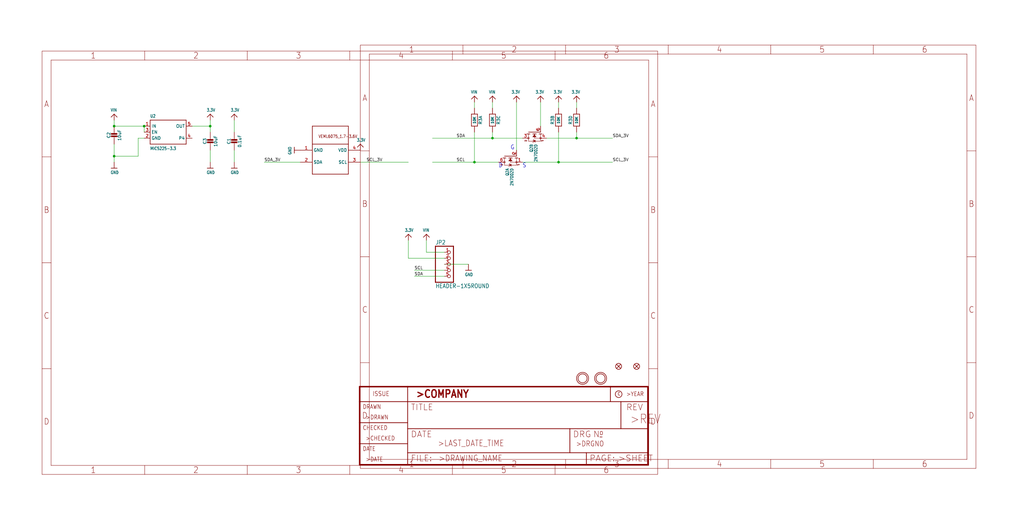
<source format=kicad_sch>
(kicad_sch (version 20211123) (generator eeschema)
  (paper "User" 433.07 220.421)
  (lib_symbols
    (symbol "schematicEagle-eagle-import:3.3V" (power)
      (property "Value" "3.3V" (at -1.524 1.016 0))
      (symbol "3.3V_1_0"
        (polyline (pts (xy -1.27 -1.27) (xy 0 0)) (stroke (width 0.254)))
        (polyline (pts (xy 0 0) (xy 1.27 -1.27)) (stroke (width 0.254)))
        (pin power_in line (at 0 -2.54 90) (length 2.54) (name "3.3V") (number "1"))
      )
    )
    (symbol "schematicEagle-eagle-import:CAP_CERAMIC0603_NO"
      (property "Reference" "C" (at -2.29 1.25 90))
      (property "Value" "CAP_CERAMIC0603_NO" (at 2.3 1.25 90))
      (symbol "CAP_CERAMIC0603_NO_1_0"
        (rectangle (start -1.27 0.508) (end 1.27 1.016) (fill (type outline)))
        (rectangle (start -1.27 1.524) (end 1.27 2.032) (fill (type outline)))
        (polyline (pts (xy 0 0.762) (xy 0 0)) (stroke (width 0.1524)))
        (polyline (pts (xy 0 2.54) (xy 0 1.778)) (stroke (width 0.1524)))
        (pin passive line (at 0 5.08 270) (length 2.54) (name "1") (number "1"))
        (pin passive line (at 0 -2.54 90) (length 2.54) (name "2") (number "2"))
      )
    )
    (symbol "schematicEagle-eagle-import:CAP_CERAMIC0805-NOOUTLINE"
      (property "Reference" "C" (at -2.29 1.25 90))
      (property "Value" "CAP_CERAMIC0805-NOOUTLINE" (at 2.3 1.25 90))
      (symbol "CAP_CERAMIC0805-NOOUTLINE_1_0"
        (rectangle (start -1.27 0.508) (end 1.27 1.016) (fill (type outline)))
        (rectangle (start -1.27 1.524) (end 1.27 2.032) (fill (type outline)))
        (polyline (pts (xy 0 0.762) (xy 0 0)) (stroke (width 0.1524)))
        (polyline (pts (xy 0 2.54) (xy 0 1.778)) (stroke (width 0.1524)))
        (pin passive line (at 0 5.08 270) (length 2.54) (name "1") (number "1"))
        (pin passive line (at 0 -2.54 90) (length 2.54) (name "2") (number "2"))
      )
    )
    (symbol "schematicEagle-eagle-import:FIDUCIAL_1MM"
      (symbol "FIDUCIAL_1MM_1_0"
        (polyline (pts (xy -0.762 0.762) (xy 0.762 -0.762)) (stroke (width 0.254)))
        (polyline (pts (xy 0.762 0.762) (xy -0.762 -0.762)) (stroke (width 0.254)))
        (circle (center 0 0) (radius 1.27) (stroke (width 0.254)))
      )
    )
    (symbol "schematicEagle-eagle-import:FRAME_A4"
      (symbol "FRAME_A4_0_0"
        (polyline (pts (xy 0 44.7675) (xy 3.81 44.7675)))
        (polyline (pts (xy 0 89.535) (xy 3.81 89.535)))
        (polyline (pts (xy 0 134.3025) (xy 3.81 134.3025)))
        (polyline (pts (xy 3.81 3.81) (xy 3.81 175.26)))
        (polyline (pts (xy 43.3917 0) (xy 43.3917 3.81)))
        (polyline (pts (xy 43.3917 175.26) (xy 43.3917 179.07)))
        (polyline (pts (xy 86.7833 0) (xy 86.7833 3.81)))
        (polyline (pts (xy 86.7833 175.26) (xy 86.7833 179.07)))
        (polyline (pts (xy 130.175 0) (xy 130.175 3.81)))
        (polyline (pts (xy 130.175 175.26) (xy 130.175 179.07)))
        (polyline (pts (xy 173.5667 0) (xy 173.5667 3.81)))
        (polyline (pts (xy 173.5667 175.26) (xy 173.5667 179.07)))
        (polyline (pts (xy 216.9583 0) (xy 216.9583 3.81)))
        (polyline (pts (xy 216.9583 175.26) (xy 216.9583 179.07)))
        (polyline (pts (xy 256.54 3.81) (xy 3.81 3.81)))
        (polyline (pts (xy 256.54 3.81) (xy 256.54 175.26)))
        (polyline (pts (xy 256.54 44.7675) (xy 260.35 44.7675)))
        (polyline (pts (xy 256.54 89.535) (xy 260.35 89.535)))
        (polyline (pts (xy 256.54 134.3025) (xy 260.35 134.3025)))
        (polyline (pts (xy 256.54 175.26) (xy 3.81 175.26)))
        (polyline (pts (xy 0 0) (xy 260.35 0) (xy 260.35 179.07) (xy 0 179.07) (xy 0 0)))
        (text "1" (at 21.6958 1.905 0) (effects (font (size 2.54 2.286))))
        (text "1" (at 21.6958 177.165 0) (effects (font (size 2.54 2.286))))
        (text "2" (at 65.0875 1.905 0) (effects (font (size 2.54 2.286))))
        (text "2" (at 65.0875 177.165 0) (effects (font (size 2.54 2.286))))
        (text "3" (at 108.4792 1.905 0) (effects (font (size 2.54 2.286))))
        (text "3" (at 108.4792 177.165 0) (effects (font (size 2.54 2.286))))
        (text "4" (at 151.8708 1.905 0) (effects (font (size 2.54 2.286))))
        (text "4" (at 151.8708 177.165 0) (effects (font (size 2.54 2.286))))
        (text "5" (at 195.2625 1.905 0) (effects (font (size 2.54 2.286))))
        (text "5" (at 195.2625 177.165 0) (effects (font (size 2.54 2.286))))
        (text "6" (at 238.6542 1.905 0) (effects (font (size 2.54 2.286))))
        (text "6" (at 238.6542 177.165 0) (effects (font (size 2.54 2.286))))
        (text "A" (at 1.905 156.6863 0) (effects (font (size 2.54 2.286))))
        (text "A" (at 258.445 156.6863 0) (effects (font (size 2.54 2.286))))
        (text "B" (at 1.905 111.9188 0) (effects (font (size 2.54 2.286))))
        (text "B" (at 258.445 111.9188 0) (effects (font (size 2.54 2.286))))
        (text "C" (at 1.905 67.1513 0) (effects (font (size 2.54 2.286))))
        (text "C" (at 258.445 67.1513 0) (effects (font (size 2.54 2.286))))
        (text "D" (at 1.905 22.3838 0) (effects (font (size 2.54 2.286))))
        (text "D" (at 258.445 22.3838 0) (effects (font (size 2.54 2.286))))
      )
      (symbol "FRAME_A4_1_0"
        (polyline (pts (xy 256.54 3.81) (xy 256.54 8.89)) (stroke (width 0.1016)))
        (polyline (pts (xy 256.54 8.89) (xy 256.54 13.97)) (stroke (width 0.1016)))
        (polyline (pts (xy 256.54 13.97) (xy 256.54 19.05)) (stroke (width 0.1016)))
        (polyline (pts (xy 256.54 19.05) (xy 256.54 36.83)) (stroke (width 0.1016)))
      )
      (symbol "FRAME_A4_2_0"
        (polyline (pts (xy -0.3048 1.5748) (xy 20.0152 1.5748)) (stroke (width 0.6096)))
        (polyline (pts (xy -0.3048 10.4648) (xy -0.3048 1.5748)) (stroke (width 0.6096)))
        (polyline (pts (xy -0.3048 10.4648) (xy 20.0152 10.4648)) (stroke (width 0.3048)))
        (polyline (pts (xy -0.3048 19.3548) (xy -0.3048 10.4648)) (stroke (width 0.6096)))
        (polyline (pts (xy -0.3048 19.3548) (xy 20.0152 19.3548)) (stroke (width 0.3048)))
        (polyline (pts (xy -0.3048 28.2448) (xy -0.3048 19.3548)) (stroke (width 0.6096)))
        (polyline (pts (xy -0.3048 28.2448) (xy 20.0152 28.2448)) (stroke (width 0.3048)))
        (polyline (pts (xy -0.3048 34.5948) (xy -0.3048 28.2448)) (stroke (width 0.6096)))
        (polyline (pts (xy 20.0152 1.5748) (xy 20.0152 6.6548)) (stroke (width 0.3048)))
        (polyline (pts (xy 20.0152 1.5748) (xy 95.5802 1.5748)) (stroke (width 0.6096)))
        (polyline (pts (xy 20.0152 6.6548) (xy 20.0152 10.4648)) (stroke (width 0.3048)))
        (polyline (pts (xy 20.0152 6.6548) (xy 88.5952 6.6548)) (stroke (width 0.3048)))
        (polyline (pts (xy 20.0152 10.4648) (xy 20.0152 16.8148)) (stroke (width 0.3048)))
        (polyline (pts (xy 20.0152 16.8148) (xy 20.0152 19.3548)) (stroke (width 0.3048)))
        (polyline (pts (xy 20.0152 19.3548) (xy 20.0152 28.2448)) (stroke (width 0.3048)))
        (polyline (pts (xy 20.0152 28.2448) (xy 20.0152 34.5948)) (stroke (width 0.3048)))
        (polyline (pts (xy 20.0152 28.2448) (xy 105.7402 28.2448)) (stroke (width 0.3048)))
        (polyline (pts (xy 20.0152 34.5948) (xy -0.3048 34.5948)) (stroke (width 0.6096)))
        (polyline (pts (xy 88.5952 6.6548) (xy 95.5802 6.6548)) (stroke (width 0.3048)))
        (polyline (pts (xy 88.5952 16.8148) (xy 20.0152 16.8148)) (stroke (width 0.3048)))
        (polyline (pts (xy 88.5952 16.8148) (xy 88.5952 6.6548)) (stroke (width 0.3048)))
        (polyline (pts (xy 95.5802 1.5748) (xy 121.6152 1.5748)) (stroke (width 0.6096)))
        (polyline (pts (xy 95.5802 6.6548) (xy 95.5802 1.5748)) (stroke (width 0.3048)))
        (polyline (pts (xy 95.5802 6.6548) (xy 121.6152 6.6548)) (stroke (width 0.3048)))
        (polyline (pts (xy 101.2952 13.3223) (xy 102.2477 13.3223)) (stroke (width 0.254)))
        (polyline (pts (xy 105.7402 28.2448) (xy 105.7402 34.5948)) (stroke (width 0.3048)))
        (polyline (pts (xy 105.7402 28.2448) (xy 110.1852 28.2448)) (stroke (width 0.3048)))
        (polyline (pts (xy 105.7402 34.5948) (xy 20.0152 34.5948)) (stroke (width 0.6096)))
        (polyline (pts (xy 110.1852 16.8148) (xy 88.5952 16.8148)) (stroke (width 0.3048)))
        (polyline (pts (xy 110.1852 28.2448) (xy 110.1852 16.8148)) (stroke (width 0.3048)))
        (polyline (pts (xy 110.1852 28.2448) (xy 121.6152 28.2448)) (stroke (width 0.3048)))
        (polyline (pts (xy 121.6152 6.6548) (xy 121.6152 1.5748)) (stroke (width 0.6096)))
        (polyline (pts (xy 121.6152 16.8148) (xy 110.1852 16.8148)) (stroke (width 0.3048)))
        (polyline (pts (xy 121.6152 16.8148) (xy 121.6152 6.6548)) (stroke (width 0.6096)))
        (polyline (pts (xy 121.6152 28.2448) (xy 121.6152 16.8148)) (stroke (width 0.6096)))
        (polyline (pts (xy 121.6152 34.5948) (xy 105.7402 34.5948)) (stroke (width 0.6096)))
        (polyline (pts (xy 121.6152 34.5948) (xy 121.6152 28.2448)) (stroke (width 0.6096)))
        (circle (center 109.2327 31.4198) (radius 1.4199) (stroke (width 0.254)))
        (text ">CHECKED" (at 2.2352 11.7348 0) (effects (font (size 1.778 1.5113)) (justify left bottom)))
        (text ">COMPANY" (at 23.349 29.6735 0) (effects (font (size 3.175 2.6987) (thickness 0.5397) bold) (justify left bottom)))
        (text ">DATE" (at 2.2352 2.8448 0) (effects (font (size 1.778 1.5113)) (justify left bottom)))
        (text ">DRAWING_NAME" (at 33.0327 2.8448 0) (effects (font (size 2.54 2.159)) (justify left bottom)))
        (text ">DRAWN" (at 2.2352 20.6248 0) (effects (font (size 1.778 1.5113)) (justify left bottom)))
        (text ">DRGNO" (at 91.1352 9.1948 0) (effects (font (size 2.1844 1.8567)) (justify left bottom)))
        (text ">LAST_DATE_TIME" (at 32.7152 9.1948 0) (effects (font (size 2.54 2.159)) (justify left bottom)))
        (text ">REV" (at 113.9952 18.7198 0) (effects (font (size 3.81 3.2385)) (justify left bottom)))
        (text ">SHEET" (at 108.9152 2.8448 0) (effects (font (size 2.54 2.54)) (justify left bottom)))
        (text ">YEAR" (at 112.4077 30.4673 0) (effects (font (size 1.778 1.5113)) (justify left bottom)))
        (text "C" (at 108.7564 30.7848 0) (effects (font (size 1.27 1.0795)) (justify left bottom)))
        (text "CHECKED" (at 0.9652 16.1798 0) (effects (font (size 1.778 1.5113)) (justify left bottom)))
        (text "DATE" (at 0.9652 7.2898 0) (effects (font (size 1.778 1.5113)) (justify left bottom)))
        (text "DATE" (at 21.2852 13.0048 0) (effects (font (size 2.54 2.54)) (justify left bottom)))
        (text "DRAWN" (at 0.9652 25.0698 0) (effects (font (size 1.778 1.5113)) (justify left bottom)))
        (text "DRG" (at 89.8652 13.0048 0) (effects (font (size 2.54 2.54)) (justify left bottom)))
        (text "FILE:" (at 21.2852 2.8448 0) (effects (font (size 2.54 2.54)) (justify left bottom)))
        (text "ISSUE" (at 5.0927 30.4673 0) (effects (font (size 1.9304 1.6408)) (justify left bottom)))
        (text "N" (at 98.4377 13.0048 0) (effects (font (size 2.54 2.54)) (justify left bottom)))
        (text "o" (at 100.9777 13.9573 0) (effects (font (size 2.1844 1.8567)) (justify left bottom)))
        (text "PAGE:" (at 96.8502 2.8448 0) (effects (font (size 2.54 2.54)) (justify left bottom)))
        (text "REV" (at 112.4077 24.4348 0) (effects (font (size 2.54 2.54)) (justify left bottom)))
        (text "TITLE" (at 21.2852 24.4348 0) (effects (font (size 2.54 2.54)) (justify left bottom)))
      )
    )
    (symbol "schematicEagle-eagle-import:GND" (power)
      (property "Value" "GND" (at -1.524 -2.54 0))
      (symbol "GND_1_0"
        (polyline (pts (xy -1.27 0) (xy 1.27 0)) (stroke (width 0.254)))
        (pin power_in line (at 0 2.54 270) (length 2.54) (name "GND") (number "1"))
      )
    )
    (symbol "schematicEagle-eagle-import:HEADER-1X5ROUND"
      (property "Reference" "JP" (at -6.35 8.255 0))
      (property "Value" "HEADER-1X5ROUND" (at -6.35 -10.16 0))
      (symbol "HEADER-1X5ROUND_1_0"
        (polyline (pts (xy -6.35 -7.62) (xy 1.27 -7.62)) (stroke (width 0.4064)))
        (polyline (pts (xy -6.35 7.62) (xy -6.35 -7.62)) (stroke (width 0.4064)))
        (polyline (pts (xy 1.27 -7.62) (xy 1.27 7.62)) (stroke (width 0.4064)))
        (polyline (pts (xy 1.27 7.62) (xy -6.35 7.62)) (stroke (width 0.4064)))
        (pin passive inverted (at -2.54 5.08 0) (length 2.54) (name "1") (number "1"))
        (pin passive inverted (at -2.54 2.54 0) (length 2.54) (name "2") (number "2"))
        (pin passive inverted (at -2.54 0 0) (length 2.54) (name "3") (number "3"))
        (pin passive inverted (at -2.54 -2.54 0) (length 2.54) (name "4") (number "4"))
        (pin passive inverted (at -2.54 -5.08 0) (length 2.54) (name "5") (number "5"))
      )
    )
    (symbol "schematicEagle-eagle-import:MOSFET-N_DUAL"
      (property "Reference" "Q" (at 5.08 0.635 0))
      (property "Value" "MOSFET-N_DUAL" (at 5.08 -1.27 0))
      (symbol "MOSFET-N_DUAL_1_0"
        (polyline (pts (xy 0 2.54) (xy 0 -2.54)) (stroke (width 0.254)))
        (polyline (pts (xy 0.762 -2.54) (xy 0.762 -3.175)) (stroke (width 0.254)))
        (polyline (pts (xy 0.762 -1.905) (xy 0.762 -2.54)) (stroke (width 0.254)))
        (polyline (pts (xy 0.762 0) (xy 0.762 -0.762)) (stroke (width 0.254)))
        (polyline (pts (xy 0.762 0) (xy 2.54 0)) (stroke (width 0.1524)))
        (polyline (pts (xy 0.762 0.762) (xy 0.762 0)) (stroke (width 0.254)))
        (polyline (pts (xy 0.762 2.54) (xy 0.762 1.905)) (stroke (width 0.254)))
        (polyline (pts (xy 0.762 2.54) (xy 3.81 2.54)) (stroke (width 0.1524)))
        (polyline (pts (xy 0.762 3.175) (xy 0.762 2.54)) (stroke (width 0.254)))
        (polyline (pts (xy 2.54 -2.54) (xy 0.762 -2.54)) (stroke (width 0.1524)))
        (polyline (pts (xy 2.54 -2.54) (xy 3.81 -2.54)) (stroke (width 0.1524)))
        (polyline (pts (xy 2.54 0) (xy 2.54 -2.54)) (stroke (width 0.1524)))
        (polyline (pts (xy 3.302 0.508) (xy 3.048 0.254)) (stroke (width 0.1524)))
        (polyline (pts (xy 3.81 0.508) (xy 3.302 0.508)) (stroke (width 0.1524)))
        (polyline (pts (xy 3.81 0.508) (xy 3.81 -2.54)) (stroke (width 0.1524)))
        (polyline (pts (xy 3.81 2.54) (xy 3.81 0.508)) (stroke (width 0.1524)))
        (polyline (pts (xy 4.318 0.508) (xy 3.81 0.508)) (stroke (width 0.1524)))
        (polyline (pts (xy 4.572 0.762) (xy 4.318 0.508)) (stroke (width 0.1524)))
        (polyline (pts (xy 1.016 0) (xy 2.032 0.762) (xy 2.032 -0.762)) (fill (type outline)))
        (polyline (pts (xy 3.81 0.508) (xy 3.302 -0.254) (xy 4.318 -0.254)) (fill (type outline)))
        (circle (center 2.54 -2.54) (radius 0.3592))
        (circle (center 2.54 2.54) (radius 0.3592))
        (text "D" (at 3.175 3.175 0) (effects (font (size 0.8128 0.6908)) (justify left bottom)))
        (text "G" (at -1.27 -1.905 0) (effects (font (size 0.8128 0.6908)) (justify left bottom)))
        (text "S" (at 3.175 -3.81 0) (effects (font (size 0.8128 0.6908)) (justify left bottom)))
        (pin bidirectional line (at 2.54 -5.08 90) (length 2.54) (name "S") (number "1"))
        (pin bidirectional line (at -2.54 -2.54 0) (length 2.54) (name "G") (number "2"))
        (pin bidirectional line (at 2.54 5.08 270) (length 2.54) (name "D") (number "6"))
      )
      (symbol "MOSFET-N_DUAL_2_0"
        (polyline (pts (xy 0 2.54) (xy 0 -2.54)) (stroke (width 0.254)))
        (polyline (pts (xy 0.762 -2.54) (xy 0.762 -3.175)) (stroke (width 0.254)))
        (polyline (pts (xy 0.762 -1.905) (xy 0.762 -2.54)) (stroke (width 0.254)))
        (polyline (pts (xy 0.762 0) (xy 0.762 -0.762)) (stroke (width 0.254)))
        (polyline (pts (xy 0.762 0) (xy 2.54 0)) (stroke (width 0.1524)))
        (polyline (pts (xy 0.762 0.762) (xy 0.762 0)) (stroke (width 0.254)))
        (polyline (pts (xy 0.762 2.54) (xy 0.762 1.905)) (stroke (width 0.254)))
        (polyline (pts (xy 0.762 2.54) (xy 3.81 2.54)) (stroke (width 0.1524)))
        (polyline (pts (xy 0.762 3.175) (xy 0.762 2.54)) (stroke (width 0.254)))
        (polyline (pts (xy 2.54 -2.54) (xy 0.762 -2.54)) (stroke (width 0.1524)))
        (polyline (pts (xy 2.54 -2.54) (xy 3.81 -2.54)) (stroke (width 0.1524)))
        (polyline (pts (xy 2.54 0) (xy 2.54 -2.54)) (stroke (width 0.1524)))
        (polyline (pts (xy 3.302 0.508) (xy 3.048 0.254)) (stroke (width 0.1524)))
        (polyline (pts (xy 3.81 0.508) (xy 3.302 0.508)) (stroke (width 0.1524)))
        (polyline (pts (xy 3.81 0.508) (xy 3.81 -2.54)) (stroke (width 0.1524)))
        (polyline (pts (xy 3.81 2.54) (xy 3.81 0.508)) (stroke (width 0.1524)))
        (polyline (pts (xy 4.318 0.508) (xy 3.81 0.508)) (stroke (width 0.1524)))
        (polyline (pts (xy 4.572 0.762) (xy 4.318 0.508)) (stroke (width 0.1524)))
        (polyline (pts (xy 1.016 0) (xy 2.032 0.762) (xy 2.032 -0.762)) (fill (type outline)))
        (polyline (pts (xy 3.81 0.508) (xy 3.302 -0.254) (xy 4.318 -0.254)) (fill (type outline)))
        (circle (center 2.54 -2.54) (radius 0.3592))
        (circle (center 2.54 2.54) (radius 0.3592))
        (text "D" (at 3.175 3.175 0) (effects (font (size 0.8128 0.6908)) (justify left bottom)))
        (text "G" (at -1.27 -1.905 0) (effects (font (size 0.8128 0.6908)) (justify left bottom)))
        (text "S" (at 3.175 -3.81 0) (effects (font (size 0.8128 0.6908)) (justify left bottom)))
        (pin bidirectional line (at 2.54 5.08 270) (length 2.54) (name "D") (number "3"))
        (pin bidirectional line (at 2.54 -5.08 90) (length 2.54) (name "S") (number "4"))
        (pin bidirectional line (at -2.54 -2.54 0) (length 2.54) (name "G") (number "5"))
      )
    )
    (symbol "schematicEagle-eagle-import:MOUNTINGHOLE2.5"
      (symbol "MOUNTINGHOLE2.5_1_0"
        (circle (center 0 0) (radius 1.905) (stroke (width 0.254)))
        (circle (center 0 0) (radius 2.54) (stroke (width 0.254)))
      )
    )
    (symbol "schematicEagle-eagle-import:RESISTOR_4PACK"
      (property "Reference" "R" (at 0 2.54 0))
      (property "Value" "RESISTOR_4PACK" (at 0 0 0))
      (symbol "RESISTOR_4PACK_1_0"
        (polyline (pts (xy -2.54 -1.27) (xy -2.54 1.27)) (stroke (width 0.254)))
        (polyline (pts (xy -2.54 1.27) (xy 2.54 1.27)) (stroke (width 0.254)))
        (polyline (pts (xy 2.54 -1.27) (xy -2.54 -1.27)) (stroke (width 0.254)))
        (polyline (pts (xy 2.54 1.27) (xy 2.54 -1.27)) (stroke (width 0.254)))
        (pin passive line (at -5.08 0 0) (length 2.54) (name "1") (number "1"))
        (pin passive line (at 5.08 0 180) (length 2.54) (name "2") (number "8"))
      )
      (symbol "RESISTOR_4PACK_2_0"
        (polyline (pts (xy -2.54 -1.27) (xy -2.54 1.27)) (stroke (width 0.254)))
        (polyline (pts (xy -2.54 1.27) (xy 2.54 1.27)) (stroke (width 0.254)))
        (polyline (pts (xy 2.54 -1.27) (xy -2.54 -1.27)) (stroke (width 0.254)))
        (polyline (pts (xy 2.54 1.27) (xy 2.54 -1.27)) (stroke (width 0.254)))
        (pin passive line (at -5.08 0 0) (length 2.54) (name "1") (number "2"))
        (pin passive line (at 5.08 0 180) (length 2.54) (name "2") (number "7"))
      )
      (symbol "RESISTOR_4PACK_3_0"
        (polyline (pts (xy -2.54 -1.27) (xy -2.54 1.27)) (stroke (width 0.254)))
        (polyline (pts (xy -2.54 1.27) (xy 2.54 1.27)) (stroke (width 0.254)))
        (polyline (pts (xy 2.54 -1.27) (xy -2.54 -1.27)) (stroke (width 0.254)))
        (polyline (pts (xy 2.54 1.27) (xy 2.54 -1.27)) (stroke (width 0.254)))
        (pin passive line (at -5.08 0 0) (length 2.54) (name "1") (number "3"))
        (pin passive line (at 5.08 0 180) (length 2.54) (name "2") (number "6"))
      )
      (symbol "RESISTOR_4PACK_4_0"
        (polyline (pts (xy -2.54 -1.27) (xy -2.54 1.27)) (stroke (width 0.254)))
        (polyline (pts (xy -2.54 1.27) (xy 2.54 1.27)) (stroke (width 0.254)))
        (polyline (pts (xy 2.54 -1.27) (xy -2.54 -1.27)) (stroke (width 0.254)))
        (polyline (pts (xy 2.54 1.27) (xy 2.54 -1.27)) (stroke (width 0.254)))
        (pin passive line (at -5.08 0 0) (length 2.54) (name "1") (number "4"))
        (pin passive line (at 5.08 0 180) (length 2.54) (name "2") (number "5"))
      )
    )
    (symbol "schematicEagle-eagle-import:VEML6075"
      (symbol "VEML6075_1_0"
        (polyline (pts (xy -7.62 -7.62) (xy 7.62 -7.62)) (stroke (width 0.254)))
        (polyline (pts (xy -7.62 5.08) (xy -7.62 -7.62)) (stroke (width 0.254)))
        (polyline (pts (xy -7.62 5.08) (xy 7.62 5.08)) (stroke (width 0.254)))
        (polyline (pts (xy -7.62 12.7) (xy -7.62 5.08)) (stroke (width 0.254)))
        (polyline (pts (xy -7.62 12.7) (xy 7.62 12.7)) (stroke (width 0.254)))
        (polyline (pts (xy 7.62 -7.62) (xy 7.62 5.08)) (stroke (width 0.254)))
        (polyline (pts (xy 7.62 5.08) (xy 7.62 12.7)) (stroke (width 0.254)))
        (text "VEML6075_1.7-3.6V" (at -5.08 7.62 0) (effects (font (size 1.27 1.0795)) (justify left bottom)))
        (pin bidirectional line (at -12.7 2.54 0) (length 5.08) (name "GND") (number "1"))
        (pin bidirectional line (at -12.7 -2.54 0) (length 5.08) (name "SDA") (number "2"))
        (pin bidirectional line (at 12.7 -2.54 180) (length 5.08) (name "SCL") (number "3"))
        (pin bidirectional line (at 12.7 2.54 180) (length 5.08) (name "VDD") (number "4"))
      )
    )
    (symbol "schematicEagle-eagle-import:VIN" (power)
      (property "Value" "VIN" (at -1.524 1.016 0))
      (symbol "VIN_1_0"
        (polyline (pts (xy -1.27 -1.27) (xy 0 0)) (stroke (width 0.254)))
        (polyline (pts (xy 0 0) (xy 1.27 -1.27)) (stroke (width 0.254)))
        (pin power_in line (at 0 -2.54 90) (length 2.54) (name "VIN") (number "1"))
      )
    )
    (symbol "schematicEagle-eagle-import:VREG_SOT23-5"
      (property "Reference" "U" (at -7.62 6.096 0))
      (property "Value" "VREG_SOT23-5" (at -7.62 -7.62 0))
      (symbol "VREG_SOT23-5_1_0"
        (polyline (pts (xy -7.62 -5.08) (xy -7.62 5.08)) (stroke (width 0.254)))
        (polyline (pts (xy -7.62 5.08) (xy 7.62 5.08)) (stroke (width 0.254)))
        (polyline (pts (xy 7.62 -5.08) (xy -7.62 -5.08)) (stroke (width 0.254)))
        (polyline (pts (xy 7.62 5.08) (xy 7.62 -5.08)) (stroke (width 0.254)))
        (pin power_in line (at -10.16 2.54 0) (length 2.54) (name "IN") (number "1"))
        (pin power_in line (at -10.16 -2.54 0) (length 2.54) (name "GND") (number "2"))
        (pin input line (at -10.16 0 0) (length 2.54) (name "EN") (number "3"))
        (pin bidirectional line (at 10.16 -2.54 180) (length 2.54) (name "P4") (number "4"))
        (pin power_in line (at 10.16 2.54 180) (length 2.54) (name "OUT") (number "5"))
      )
    )
  )
  (junction (at 243.84 58.42))
  (junction (at 208.28 58.42))
  (junction (at 48.26 53.34))
  (junction (at 200.66 68.58))
  (junction (at 48.26 66.04))
  (junction (at 88.9 53.34))
  (junction (at 60.96 53.34))
  (junction (at 236.22 68.58))
  (wire (pts (xy 48.26 50.8) (xy 48.26 53.34)))
  (wire (pts (xy 208.28 58.42) (xy 182.88 58.42)))
  (wire (pts (xy 208.28 45.72) (xy 208.28 43.18)))
  (wire (pts (xy 60.96 55.88) (xy 60.96 53.34)))
  (wire (pts (xy 243.84 58.42) (xy 259.08 58.42)))
  (wire (pts (xy 200.66 55.88) (xy 200.66 68.58)))
  (wire (pts (xy 58.42 58.42) (xy 58.42 66.04)))
  (wire (pts (xy 236.22 68.58) (xy 259.08 68.58)))
  (wire (pts (xy 208.28 55.88) (xy 208.28 58.42)))
  (wire (pts (xy 187.96 111.76) (xy 198.12 111.76)))
  (wire (pts (xy 243.84 55.88) (xy 243.84 58.42)))
  (wire (pts (xy 220.98 58.42) (xy 208.28 58.42)))
  (wire (pts (xy 88.9 63.5) (xy 88.9 68.58)))
  (wire (pts (xy 127 68.58) (xy 111.76 68.58)))
  (wire (pts (xy 187.96 116.84) (xy 175.26 116.84)))
  (wire (pts (xy 180.34 106.68) (xy 180.34 101.6)))
  (wire (pts (xy 88.9 53.34) (xy 88.9 55.88)))
  (wire (pts (xy 172.72 109.22) (xy 172.72 101.6)))
  (wire (pts (xy 236.22 45.72) (xy 236.22 43.18)))
  (wire (pts (xy 236.22 55.88) (xy 236.22 68.58)))
  (wire (pts (xy 220.98 68.58) (xy 236.22 68.58)))
  (wire (pts (xy 187.96 114.3) (xy 175.26 114.3)))
  (wire (pts (xy 231.14 58.42) (xy 243.84 58.42)))
  (wire (pts (xy 218.44 63.5) (xy 218.44 43.18)))
  (wire (pts (xy 99.06 63.5) (xy 99.06 68.58)))
  (wire (pts (xy 152.4 68.58) (xy 172.72 68.58)))
  (wire (pts (xy 200.66 43.18) (xy 200.66 45.72)))
  (wire (pts (xy 210.82 68.58) (xy 200.66 68.58)))
  (wire (pts (xy 48.26 66.04) (xy 48.26 60.96)))
  (wire (pts (xy 60.96 53.34) (xy 48.26 53.34)))
  (wire (pts (xy 187.96 106.68) (xy 180.34 106.68)))
  (wire (pts (xy 187.96 109.22) (xy 172.72 109.22)))
  (wire (pts (xy 88.9 53.34) (xy 88.9 50.8)))
  (wire (pts (xy 58.42 66.04) (xy 48.26 66.04)))
  (wire (pts (xy 228.6 53.34) (xy 228.6 43.18)))
  (wire (pts (xy 81.28 53.34) (xy 88.9 53.34)))
  (wire (pts (xy 60.96 58.42) (xy 58.42 58.42)))
  (wire (pts (xy 48.26 66.04) (xy 48.26 68.58)))
  (wire (pts (xy 200.66 68.58) (xy 182.88 68.58)))
  (wire (pts (xy 243.84 45.72) (xy 243.84 43.18)))
  (wire (pts (xy 99.06 50.8) (xy 99.06 55.88)))
  (text "S" (at 220.98 71.12 180) (effects (font (size 1.778 1.5113)) (justify left bottom)))
  (text "D" (at 210.82 71.12 180) (effects (font (size 1.778 1.5113)) (justify left bottom)))
  (text "G" (at 215.9 63.5 180) (effects (font (size 1.778 1.5113)) (justify left bottom)))
  (label "SDA" (at 193.04 58.42 0) (effects (font (size 1.2446 1.2446))))
  (label "SDA" (at 175.26 116.84 0) (effects (font (size 1.2446 1.2446))))
  (label "SDA_3V" (at 259.08 58.42 0) (effects (font (size 1.2446 1.2446))))
  (label "SCL" (at 175.26 114.3 0) (effects (font (size 1.2446 1.2446))))
  (label "SCL" (at 193.04 68.58 0) (effects (font (size 1.2446 1.2446))))
  (label "SCL_3V" (at 259.08 68.58 0) (effects (font (size 1.2446 1.2446))))
  (label "SCL_3V" (at 154.94 68.58 0) (effects (font (size 1.2446 1.2446))))
  (label "SDA_3V" (at 111.76 68.58 0) (effects (font (size 1.2446 1.2446))))
  (symbol (lib_id "schematicEagle-eagle-import:3.3V") (at 218.44 40.64 0) (mirror y) (unit 1)
    (property "Reference" "#U$26" (effects hide))
    (property "Value" "3.3V" (at 219.964 39.624 0) (effects (font (size 1.27 1.0795)) (justify left bottom)))
    (property "Footprint" "schematicEagle:" (effects hide))
  )
  (symbol (lib_id "schematicEagle-eagle-import:RESISTOR_4PACK") (at 200.66 50.8 270) (unit 1)
    (property "Reference" "R3" (at 203.2 50.8 0))
    (property "Value" "10K" (at 200.66 50.8 0) (effects (font (size 1.016 1.016) bold)))
    (property "Footprint" "schematicEagle:RESPACK_4X0603" (effects hide))
  )
  (symbol (lib_id "schematicEagle-eagle-import:GND") (at 99.06 71.12 0) (unit 1)
    (property "Reference" "#U$6" (effects hide))
    (property "Value" "GND" (at 97.536 73.66 0) (effects (font (size 1.27 1.0795)) (justify left bottom)))
    (property "Footprint" "schematicEagle:" (effects hide))
  )
  (symbol (lib_id "schematicEagle-eagle-import:MOSFET-N_DUAL") (at 215.9 66.04 90) (mirror x) (unit 1)
    (property "Reference" "Q2" (at 215.265 71.12 0) (effects (font (size 1.27 1.0795)) (justify left bottom)))
    (property "Value" "2N7002D" (at 217.17 71.12 0) (effects (font (size 1.27 1.0795)) (justify left bottom)))
    (property "Footprint" "schematicEagle:SOT363" (effects hide))
  )
  (symbol (lib_id "schematicEagle-eagle-import:FIDUCIAL_1MM") (at 261.62 154.94 0) (unit 1)
    (property "Reference" "FID2" (effects hide))
    (property "Value" "FIDUCIAL_1MM" (effects hide))
    (property "Footprint" "schematicEagle:FIDUCIAL_1MM" (effects hide))
  )
  (symbol (lib_id "schematicEagle-eagle-import:MOSFET-N_DUAL") (at 226.06 55.88 90) (mirror x) (unit 2)
    (property "Reference" "Q2" (at 225.425 60.96 0) (effects (font (size 1.27 1.0795)) (justify left bottom)))
    (property "Value" "2N7002D" (at 227.33 60.96 0) (effects (font (size 1.27 1.0795)) (justify left bottom)))
    (property "Footprint" "schematicEagle:SOT363" (effects hide))
  )
  (symbol (lib_id "schematicEagle-eagle-import:CAP_CERAMIC0805-NOOUTLINE") (at 88.9 60.96 0) (unit 1)
    (property "Reference" "C3" (at 86.61 59.71 90))
    (property "Value" "10uF" (at 91.2 59.71 90))
    (property "Footprint" "schematicEagle:0805-NO" (effects hide))
  )
  (symbol (lib_id "schematicEagle-eagle-import:FIDUCIAL_1MM") (at 269.24 154.94 0) (unit 1)
    (property "Reference" "FID1" (effects hide))
    (property "Value" "FIDUCIAL_1MM" (effects hide))
    (property "Footprint" "schematicEagle:FIDUCIAL_1MM" (effects hide))
  )
  (symbol (lib_id "schematicEagle-eagle-import:GND") (at 88.9 71.12 0) (unit 1)
    (property "Reference" "#U$5" (effects hide))
    (property "Value" "GND" (at 87.376 73.66 0) (effects (font (size 1.27 1.0795)) (justify left bottom)))
    (property "Footprint" "schematicEagle:" (effects hide))
  )
  (symbol (lib_id "schematicEagle-eagle-import:3.3V") (at 152.4 60.96 0) (unit 1)
    (property "Reference" "#U$2" (effects hide))
    (property "Value" "3.3V" (at 150.876 59.944 0) (effects (font (size 1.27 1.0795)) (justify left bottom)))
    (property "Footprint" "schematicEagle:" (effects hide))
  )
  (symbol (lib_id "schematicEagle-eagle-import:RESISTOR_4PACK") (at 208.28 50.8 270) (unit 3)
    (property "Reference" "R3" (at 210.82 50.8 0))
    (property "Value" "10K" (at 208.28 50.8 0) (effects (font (size 1.016 1.016) bold)))
    (property "Footprint" "schematicEagle:RESPACK_4X0603" (effects hide))
  )
  (symbol (lib_id "schematicEagle-eagle-import:VREG_SOT23-5") (at 71.12 55.88 0) (unit 1)
    (property "Reference" "U2" (at 63.5 49.784 0) (effects (font (size 1.27 1.0795)) (justify left bottom)))
    (property "Value" "MIC5225-3.3" (at 63.5 63.5 0) (effects (font (size 1.27 1.0795)) (justify left bottom)))
    (property "Footprint" "schematicEagle:SOT23-5" (effects hide))
  )
  (symbol (lib_id "schematicEagle-eagle-import:FRAME_A4") (at 152.4 198.12 0) (unit 2)
    (property "Reference" "#FRAME1" (effects hide))
    (property "Value" "FRAME_A4" (effects hide))
    (property "Footprint" "schematicEagle:" (effects hide))
  )
  (symbol (lib_id "schematicEagle-eagle-import:CAP_CERAMIC0805-NOOUTLINE") (at 48.26 58.42 0) (unit 1)
    (property "Reference" "C2" (at 45.97 57.17 90))
    (property "Value" "10uF" (at 50.56 57.17 90))
    (property "Footprint" "schematicEagle:0805-NO" (effects hide))
  )
  (symbol (lib_id "schematicEagle-eagle-import:MOUNTINGHOLE2.5") (at 254 160.02 0) (unit 1)
    (property "Reference" "U$3" (effects hide))
    (property "Value" "MOUNTINGHOLE2.5" (effects hide))
    (property "Footprint" "schematicEagle:MOUNTINGHOLE_2.5_PLATED" (effects hide))
  )
  (symbol (lib_id "schematicEagle-eagle-import:GND") (at 48.26 71.12 0) (unit 1)
    (property "Reference" "#U$13" (effects hide))
    (property "Value" "GND" (at 46.736 73.66 0) (effects (font (size 1.27 1.0795)) (justify left bottom)))
    (property "Footprint" "schematicEagle:" (effects hide))
  )
  (symbol (lib_id "schematicEagle-eagle-import:3.3V") (at 99.06 48.26 0) (unit 1)
    (property "Reference" "#U$14" (effects hide))
    (property "Value" "3.3V" (at 97.536 47.244 0) (effects (font (size 1.27 1.0795)) (justify left bottom)))
    (property "Footprint" "schematicEagle:" (effects hide))
  )
  (symbol (lib_id "schematicEagle-eagle-import:3.3V") (at 88.9 48.26 0) (unit 1)
    (property "Reference" "#U$15" (effects hide))
    (property "Value" "3.3V" (at 87.376 47.244 0) (effects (font (size 1.27 1.0795)) (justify left bottom)))
    (property "Footprint" "schematicEagle:" (effects hide))
  )
  (symbol (lib_id "schematicEagle-eagle-import:HEADER-1X5ROUND") (at 190.5 111.76 0) (unit 1)
    (property "Reference" "JP2" (at 184.15 103.505 0) (effects (font (size 1.778 1.5113)) (justify left bottom)))
    (property "Value" "HEADER-1X5ROUND" (at 184.15 121.92 0) (effects (font (size 1.778 1.5113)) (justify left bottom)))
    (property "Footprint" "schematicEagle:1X05_ROUND" (effects hide))
  )
  (symbol (lib_id "schematicEagle-eagle-import:CAP_CERAMIC0603_NO") (at 99.06 60.96 0) (unit 1)
    (property "Reference" "C1" (at 96.77 59.71 90))
    (property "Value" "0.1uF" (at 101.36 59.71 90))
    (property "Footprint" "schematicEagle:0603-NO" (effects hide))
  )
  (symbol (lib_id "schematicEagle-eagle-import:3.3V") (at 236.22 40.64 0) (mirror y) (unit 1)
    (property "Reference" "#U$24" (effects hide))
    (property "Value" "3.3V" (at 237.744 39.624 0) (effects (font (size 1.27 1.0795)) (justify left bottom)))
    (property "Footprint" "schematicEagle:" (effects hide))
  )
  (symbol (lib_id "schematicEagle-eagle-import:MOUNTINGHOLE2.5") (at 246.38 160.02 0) (unit 1)
    (property "Reference" "U$4" (effects hide))
    (property "Value" "MOUNTINGHOLE2.5" (effects hide))
    (property "Footprint" "schematicEagle:MOUNTINGHOLE_2.5_PLATED" (effects hide))
  )
  (symbol (lib_id "schematicEagle-eagle-import:VIN") (at 48.26 48.26 0) (unit 1)
    (property "Reference" "#U$20" (effects hide))
    (property "Value" "VIN" (at 46.736 47.244 0) (effects (font (size 1.27 1.0795)) (justify left bottom)))
    (property "Footprint" "schematicEagle:" (effects hide))
  )
  (symbol (lib_id "schematicEagle-eagle-import:RESISTOR_4PACK") (at 236.22 50.8 90) (mirror x) (unit 2)
    (property "Reference" "R3" (at 233.68 50.8 0))
    (property "Value" "10K" (at 236.22 50.8 0) (effects (font (size 1.016 1.016) bold)))
    (property "Footprint" "schematicEagle:RESPACK_4X0603" (effects hide))
  )
  (symbol (lib_id "schematicEagle-eagle-import:GND") (at 124.46 63.5 270) (unit 1)
    (property "Reference" "#U$11" (effects hide))
    (property "Value" "GND" (at 121.92 61.976 0) (effects (font (size 1.27 1.0795)) (justify left bottom)))
    (property "Footprint" "schematicEagle:" (effects hide))
  )
  (symbol (lib_id "schematicEagle-eagle-import:VEML6075") (at 139.7 66.04 0) (unit 1)
    (property "Reference" "U$12" (effects hide))
    (property "Value" "VEML6075" (effects hide))
    (property "Footprint" "schematicEagle:VEML6075" (effects hide))
  )
  (symbol (lib_id "schematicEagle-eagle-import:3.3V") (at 172.72 99.06 0) (unit 1)
    (property "Reference" "#U$16" (effects hide))
    (property "Value" "3.3V" (at 171.196 98.044 0) (effects (font (size 1.27 1.0795)) (justify left bottom)))
    (property "Footprint" "schematicEagle:" (effects hide))
  )
  (symbol (lib_id "schematicEagle-eagle-import:VIN") (at 208.28 40.64 0) (unit 1)
    (property "Reference" "#U$28" (effects hide))
    (property "Value" "VIN" (at 206.756 39.624 0) (effects (font (size 1.27 1.0795)) (justify left bottom)))
    (property "Footprint" "schematicEagle:" (effects hide))
  )
  (symbol (lib_id "schematicEagle-eagle-import:3.3V") (at 243.84 40.64 0) (mirror y) (unit 1)
    (property "Reference" "#U$7" (effects hide))
    (property "Value" "3.3V" (at 245.364 39.624 0) (effects (font (size 1.27 1.0795)) (justify left bottom)))
    (property "Footprint" "schematicEagle:" (effects hide))
  )
  (symbol (lib_id "schematicEagle-eagle-import:3.3V") (at 228.6 40.64 0) (mirror y) (unit 1)
    (property "Reference" "#U$23" (effects hide))
    (property "Value" "3.3V" (at 230.124 39.624 0) (effects (font (size 1.27 1.0795)) (justify left bottom)))
    (property "Footprint" "schematicEagle:" (effects hide))
  )
  (symbol (lib_id "schematicEagle-eagle-import:GND") (at 198.12 114.3 0) (unit 1)
    (property "Reference" "#U$10" (effects hide))
    (property "Value" "GND" (at 196.596 116.84 0) (effects (font (size 1.27 1.0795)) (justify left bottom)))
    (property "Footprint" "schematicEagle:" (effects hide))
  )
  (symbol (lib_id "schematicEagle-eagle-import:VIN") (at 200.66 40.64 0) (unit 1)
    (property "Reference" "#U$29" (effects hide))
    (property "Value" "VIN" (at 199.136 39.624 0) (effects (font (size 1.27 1.0795)) (justify left bottom)))
    (property "Footprint" "schematicEagle:" (effects hide))
  )
  (symbol (lib_id "schematicEagle-eagle-import:RESISTOR_4PACK") (at 243.84 50.8 90) (mirror x) (unit 4)
    (property "Reference" "R3" (at 241.3 50.8 0))
    (property "Value" "10K" (at 243.84 50.8 0) (effects (font (size 1.016 1.016) bold)))
    (property "Footprint" "schematicEagle:RESPACK_4X0603" (effects hide))
  )
  (symbol (lib_id "schematicEagle-eagle-import:VIN") (at 180.34 99.06 0) (unit 1)
    (property "Reference" "#U$9" (effects hide))
    (property "Value" "VIN" (at 178.816 98.044 0) (effects (font (size 1.27 1.0795)) (justify left bottom)))
    (property "Footprint" "schematicEagle:" (effects hide))
  )
  (symbol (lib_id "schematicEagle-eagle-import:FRAME_A4") (at 17.78 200.66 0) (unit 1)
    (property "Reference" "#FRAME1" (effects hide))
    (property "Value" "FRAME_A4" (effects hide))
    (property "Footprint" "schematicEagle:" (effects hide))
  )
)
</source>
